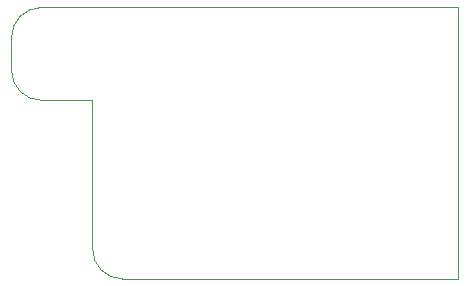
<source format=gm1>
%TF.GenerationSoftware,KiCad,Pcbnew,(5.1.5)-3*%
%TF.CreationDate,2021-10-08T15:08:23+02:00*%
%TF.ProjectId,esp01-ws2812b-breakout,65737030-312d-4777-9332-383132622d62,rev?*%
%TF.SameCoordinates,Original*%
%TF.FileFunction,Profile,NP*%
%FSLAX46Y46*%
G04 Gerber Fmt 4.6, Leading zero omitted, Abs format (unit mm)*
G04 Created by KiCad (PCBNEW (5.1.5)-3) date 2021-10-08 15:08:23*
%MOMM*%
%LPD*%
G04 APERTURE LIST*
%TA.AperFunction,Profile*%
%ADD10C,0.050000*%
%TD*%
G04 APERTURE END LIST*
D10*
X182626000Y-102235000D02*
X154178000Y-102235000D01*
X182626000Y-79248000D02*
X182626000Y-102235000D01*
X151638000Y-99695000D02*
X151638000Y-87122000D01*
X154178000Y-102235000D02*
G75*
G02X151638000Y-99695000I0J2540000D01*
G01*
X147320000Y-87122000D02*
X151638000Y-87122000D01*
X144780000Y-81788000D02*
X144780000Y-84582000D01*
X147320000Y-87122000D02*
G75*
G02X144780000Y-84582000I0J2540000D01*
G01*
X147320000Y-79248000D02*
X182626000Y-79248000D01*
X144780000Y-81788000D02*
G75*
G02X147320000Y-79248000I2540000J0D01*
G01*
M02*

</source>
